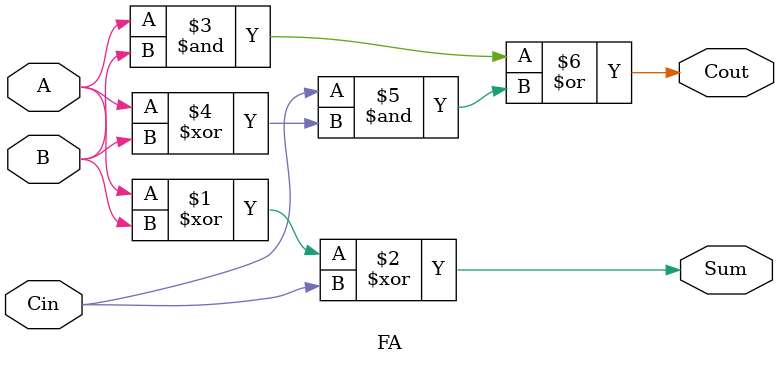
<source format=v>
`timescale 1ns / 1ps
module FA(Sum, Cout, A, B, Cin);
    output Sum;
    output Cout;
    input A;
    input B;
    input Cin;
	 
	 assign Sum  = A ^ B ^ Cin;
    assign Cout = (A & B) | (Cin & (A ^ B));


endmodule

</source>
